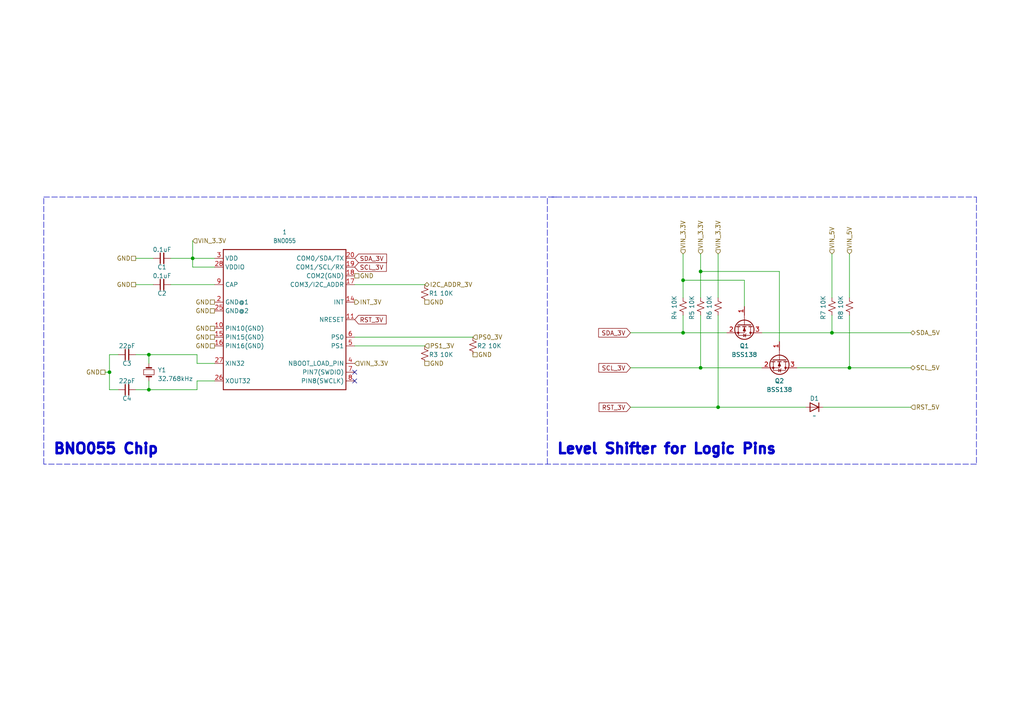
<source format=kicad_sch>
(kicad_sch (version 20230121) (generator eeschema)

  (uuid f4fa5ba2-cb00-4e8d-b495-23a6cc358447)

  (paper "A4")

  (title_block
    (title "Adafruit BNO055")
  )

  (lib_symbols
    (symbol "Adafruit BNO055-eagle-import:BNO055" (in_bom yes) (on_board yes)
      (property "Reference" "1" (at 0 25.4 0)
        (effects (font (size 1.27 1.0795)))
      )
      (property "Value" "BNO055" (at 0 22.86 0)
        (effects (font (size 1.27 1.0795)))
      )
      (property "Footprint" "Adafruit BNO055:BNO055" (at 0 0 0)
        (effects (font (size 1.27 1.27)) hide)
      )
      (property "Datasheet" "" (at 0 0 0)
        (effects (font (size 1.27 1.27)) hide)
      )
      (property "ki_locked" "" (at 0 0 0)
        (effects (font (size 1.27 1.27)))
      )
      (symbol "BNO055_1_0"
        (polyline
          (pts
            (xy -17.78 -20.32)
            (xy -17.78 20.32)
          )
          (stroke (width 0.254) (type default))
          (fill (type none))
        )
        (polyline
          (pts
            (xy -17.78 20.32)
            (xy 17.78 20.32)
          )
          (stroke (width 0.254) (type default))
          (fill (type none))
        )
        (polyline
          (pts
            (xy 17.78 -20.32)
            (xy -17.78 -20.32)
          )
          (stroke (width 0.254) (type default))
          (fill (type none))
        )
        (polyline
          (pts
            (xy 17.78 20.32)
            (xy 17.78 -20.32)
          )
          (stroke (width 0.254) (type default))
          (fill (type none))
        )
        (pin bidirectional line (at -20.32 -2.54 0) (length 2.54)
          (name "PIN10(GND)" (effects (font (size 1.27 1.27))))
          (number "10" (effects (font (size 1.27 1.27))))
        )
        (pin bidirectional line (at 20.32 0 180) (length 2.54)
          (name "NRESET" (effects (font (size 1.27 1.27))))
          (number "11" (effects (font (size 1.27 1.27))))
        )
        (pin output line (at 20.32 5.08 180) (length 2.54)
          (name "INT" (effects (font (size 1.27 1.27))))
          (number "14" (effects (font (size 1.27 1.27))))
        )
        (pin bidirectional line (at -20.32 -5.08 0) (length 2.54)
          (name "PIN15(GND)" (effects (font (size 1.27 1.27))))
          (number "15" (effects (font (size 1.27 1.27))))
        )
        (pin bidirectional line (at -20.32 -7.62 0) (length 2.54)
          (name "PIN16(GND)" (effects (font (size 1.27 1.27))))
          (number "16" (effects (font (size 1.27 1.27))))
        )
        (pin bidirectional line (at 20.32 10.16 180) (length 2.54)
          (name "COM3/I2C_ADDR" (effects (font (size 1.27 1.27))))
          (number "17" (effects (font (size 1.27 1.27))))
        )
        (pin bidirectional line (at 20.32 12.7 180) (length 2.54)
          (name "COM2(GND)" (effects (font (size 1.27 1.27))))
          (number "18" (effects (font (size 1.27 1.27))))
        )
        (pin bidirectional line (at 20.32 15.24 180) (length 2.54)
          (name "COM1/SCL/RX" (effects (font (size 1.27 1.27))))
          (number "19" (effects (font (size 1.27 1.27))))
        )
        (pin power_in line (at -20.32 5.08 0) (length 2.54)
          (name "GND@1" (effects (font (size 1.27 1.27))))
          (number "2" (effects (font (size 1.27 1.27))))
        )
        (pin bidirectional line (at 20.32 17.78 180) (length 2.54)
          (name "COM0/SDA/TX" (effects (font (size 1.27 1.27))))
          (number "20" (effects (font (size 1.27 1.27))))
        )
        (pin power_in line (at -20.32 2.54 0) (length 2.54)
          (name "GND@2" (effects (font (size 1.27 1.27))))
          (number "25" (effects (font (size 1.27 1.27))))
        )
        (pin output line (at -20.32 -17.78 0) (length 2.54)
          (name "XOUT32" (effects (font (size 1.27 1.27))))
          (number "26" (effects (font (size 1.27 1.27))))
        )
        (pin input line (at -20.32 -12.7 0) (length 2.54)
          (name "XIN32" (effects (font (size 1.27 1.27))))
          (number "27" (effects (font (size 1.27 1.27))))
        )
        (pin power_in line (at -20.32 15.24 0) (length 2.54)
          (name "VDDIO" (effects (font (size 1.27 1.27))))
          (number "28" (effects (font (size 1.27 1.27))))
        )
        (pin power_in line (at -20.32 17.78 0) (length 2.54)
          (name "VDD" (effects (font (size 1.27 1.27))))
          (number "3" (effects (font (size 1.27 1.27))))
        )
        (pin bidirectional line (at 20.32 -12.7 180) (length 2.54)
          (name "NBOOT_LOAD_PIN" (effects (font (size 1.27 1.27))))
          (number "4" (effects (font (size 1.27 1.27))))
        )
        (pin input line (at 20.32 -7.62 180) (length 2.54)
          (name "PS1" (effects (font (size 1.27 1.27))))
          (number "5" (effects (font (size 1.27 1.27))))
        )
        (pin input line (at 20.32 -5.08 180) (length 2.54)
          (name "PS0" (effects (font (size 1.27 1.27))))
          (number "6" (effects (font (size 1.27 1.27))))
        )
        (pin bidirectional line (at 20.32 -15.24 180) (length 2.54)
          (name "PIN7(SWDIO)" (effects (font (size 1.27 1.27))))
          (number "7" (effects (font (size 1.27 1.27))))
        )
        (pin bidirectional line (at 20.32 -17.78 180) (length 2.54)
          (name "PIN8(SWCLK)" (effects (font (size 1.27 1.27))))
          (number "8" (effects (font (size 1.27 1.27))))
        )
        (pin passive line (at -20.32 10.16 0) (length 2.54)
          (name "CAP" (effects (font (size 1.27 1.27))))
          (number "9" (effects (font (size 1.27 1.27))))
        )
      )
    )
    (symbol "Adafruit BNO055-eagle-import:DIODESOD-323" (in_bom yes) (on_board yes)
      (property "Reference" "D" (at 0 2.54 0)
        (effects (font (size 1.27 1.0795)))
      )
      (property "Value" "DIODESOD-323" (at 0 -2.5 0)
        (effects (font (size 1.27 1.0795)))
      )
      (property "Footprint" "Adafruit BNO055:SOD-323" (at 0 0 0)
        (effects (font (size 1.27 1.27)) hide)
      )
      (property "Datasheet" "" (at 0 0 0)
        (effects (font (size 1.27 1.27)) hide)
      )
      (property "ki_locked" "" (at 0 0 0)
        (effects (font (size 1.27 1.27)))
      )
      (symbol "DIODESOD-323_1_0"
        (polyline
          (pts
            (xy -1.27 -1.27)
            (xy 1.27 0)
          )
          (stroke (width 0.254) (type default))
          (fill (type none))
        )
        (polyline
          (pts
            (xy -1.27 1.27)
            (xy -1.27 -1.27)
          )
          (stroke (width 0.254) (type default))
          (fill (type none))
        )
        (polyline
          (pts
            (xy 1.27 0)
            (xy -1.27 1.27)
          )
          (stroke (width 0.254) (type default))
          (fill (type none))
        )
        (polyline
          (pts
            (xy 1.27 0)
            (xy 1.27 -1.27)
          )
          (stroke (width 0.254) (type default))
          (fill (type none))
        )
        (polyline
          (pts
            (xy 1.27 1.27)
            (xy 1.27 0)
          )
          (stroke (width 0.254) (type default))
          (fill (type none))
        )
        (pin passive line (at -2.54 0 0) (length 2.54)
          (name "A" (effects (font (size 0 0))))
          (number "A" (effects (font (size 0 0))))
        )
        (pin passive line (at 2.54 0 180) (length 2.54)
          (name "C" (effects (font (size 0 0))))
          (number "C" (effects (font (size 0 0))))
        )
      )
    )
    (symbol "Device:C_Small" (pin_numbers hide) (pin_names (offset 0.254) hide) (in_bom yes) (on_board yes)
      (property "Reference" "C" (at 0.254 1.778 0)
        (effects (font (size 1.27 1.27)) (justify left))
      )
      (property "Value" "C_Small" (at 0.254 -2.032 0)
        (effects (font (size 1.27 1.27)) (justify left))
      )
      (property "Footprint" "" (at 0 0 0)
        (effects (font (size 1.27 1.27)) hide)
      )
      (property "Datasheet" "~" (at 0 0 0)
        (effects (font (size 1.27 1.27)) hide)
      )
      (property "ki_keywords" "capacitor cap" (at 0 0 0)
        (effects (font (size 1.27 1.27)) hide)
      )
      (property "ki_description" "Unpolarized capacitor, small symbol" (at 0 0 0)
        (effects (font (size 1.27 1.27)) hide)
      )
      (property "ki_fp_filters" "C_*" (at 0 0 0)
        (effects (font (size 1.27 1.27)) hide)
      )
      (symbol "C_Small_0_1"
        (polyline
          (pts
            (xy -1.524 -0.508)
            (xy 1.524 -0.508)
          )
          (stroke (width 0.3302) (type default))
          (fill (type none))
        )
        (polyline
          (pts
            (xy -1.524 0.508)
            (xy 1.524 0.508)
          )
          (stroke (width 0.3048) (type default))
          (fill (type none))
        )
      )
      (symbol "C_Small_1_1"
        (pin passive line (at 0 2.54 270) (length 2.032)
          (name "~" (effects (font (size 1.27 1.27))))
          (number "1" (effects (font (size 1.27 1.27))))
        )
        (pin passive line (at 0 -2.54 90) (length 2.032)
          (name "~" (effects (font (size 1.27 1.27))))
          (number "2" (effects (font (size 1.27 1.27))))
        )
      )
    )
    (symbol "Device:Crystal_Small" (pin_numbers hide) (pin_names (offset 1.016) hide) (in_bom yes) (on_board yes)
      (property "Reference" "Y" (at 0 2.54 0)
        (effects (font (size 1.27 1.27)))
      )
      (property "Value" "Crystal_Small" (at 0 -2.54 0)
        (effects (font (size 1.27 1.27)))
      )
      (property "Footprint" "" (at 0 0 0)
        (effects (font (size 1.27 1.27)) hide)
      )
      (property "Datasheet" "~" (at 0 0 0)
        (effects (font (size 1.27 1.27)) hide)
      )
      (property "ki_keywords" "quartz ceramic resonator oscillator" (at 0 0 0)
        (effects (font (size 1.27 1.27)) hide)
      )
      (property "ki_description" "Two pin crystal, small symbol" (at 0 0 0)
        (effects (font (size 1.27 1.27)) hide)
      )
      (property "ki_fp_filters" "Crystal*" (at 0 0 0)
        (effects (font (size 1.27 1.27)) hide)
      )
      (symbol "Crystal_Small_0_1"
        (rectangle (start -0.762 -1.524) (end 0.762 1.524)
          (stroke (width 0) (type default))
          (fill (type none))
        )
        (polyline
          (pts
            (xy -1.27 -0.762)
            (xy -1.27 0.762)
          )
          (stroke (width 0.381) (type default))
          (fill (type none))
        )
        (polyline
          (pts
            (xy 1.27 -0.762)
            (xy 1.27 0.762)
          )
          (stroke (width 0.381) (type default))
          (fill (type none))
        )
      )
      (symbol "Crystal_Small_1_1"
        (pin passive line (at -2.54 0 0) (length 1.27)
          (name "1" (effects (font (size 1.27 1.27))))
          (number "1" (effects (font (size 1.27 1.27))))
        )
        (pin passive line (at 2.54 0 180) (length 1.27)
          (name "2" (effects (font (size 1.27 1.27))))
          (number "2" (effects (font (size 1.27 1.27))))
        )
      )
    )
    (symbol "Device:R_Small_US" (pin_numbers hide) (pin_names (offset 0.254) hide) (in_bom yes) (on_board yes)
      (property "Reference" "R" (at 0.762 0.508 0)
        (effects (font (size 1.27 1.27)) (justify left))
      )
      (property "Value" "R_Small_US" (at 0.762 -1.016 0)
        (effects (font (size 1.27 1.27)) (justify left))
      )
      (property "Footprint" "" (at 0 0 0)
        (effects (font (size 1.27 1.27)) hide)
      )
      (property "Datasheet" "~" (at 0 0 0)
        (effects (font (size 1.27 1.27)) hide)
      )
      (property "ki_keywords" "r resistor" (at 0 0 0)
        (effects (font (size 1.27 1.27)) hide)
      )
      (property "ki_description" "Resistor, small US symbol" (at 0 0 0)
        (effects (font (size 1.27 1.27)) hide)
      )
      (property "ki_fp_filters" "R_*" (at 0 0 0)
        (effects (font (size 1.27 1.27)) hide)
      )
      (symbol "R_Small_US_1_1"
        (polyline
          (pts
            (xy 0 0)
            (xy 1.016 -0.381)
            (xy 0 -0.762)
            (xy -1.016 -1.143)
            (xy 0 -1.524)
          )
          (stroke (width 0) (type default))
          (fill (type none))
        )
        (polyline
          (pts
            (xy 0 1.524)
            (xy 1.016 1.143)
            (xy 0 0.762)
            (xy -1.016 0.381)
            (xy 0 0)
          )
          (stroke (width 0) (type default))
          (fill (type none))
        )
        (pin passive line (at 0 2.54 270) (length 1.016)
          (name "~" (effects (font (size 1.27 1.27))))
          (number "1" (effects (font (size 1.27 1.27))))
        )
        (pin passive line (at 0 -2.54 90) (length 1.016)
          (name "~" (effects (font (size 1.27 1.27))))
          (number "2" (effects (font (size 1.27 1.27))))
        )
      )
    )
    (symbol "Transistor_FET:BSS138" (pin_names hide) (in_bom yes) (on_board yes)
      (property "Reference" "Q" (at 5.08 1.905 0)
        (effects (font (size 1.27 1.27)) (justify left))
      )
      (property "Value" "BSS138" (at 5.08 0 0)
        (effects (font (size 1.27 1.27)) (justify left))
      )
      (property "Footprint" "Package_TO_SOT_SMD:SOT-23" (at 5.08 -1.905 0)
        (effects (font (size 1.27 1.27) italic) (justify left) hide)
      )
      (property "Datasheet" "https://www.onsemi.com/pub/Collateral/BSS138-D.PDF" (at 0 0 0)
        (effects (font (size 1.27 1.27)) (justify left) hide)
      )
      (property "ki_keywords" "N-Channel MOSFET" (at 0 0 0)
        (effects (font (size 1.27 1.27)) hide)
      )
      (property "ki_description" "50V Vds, 0.22A Id, N-Channel MOSFET, SOT-23" (at 0 0 0)
        (effects (font (size 1.27 1.27)) hide)
      )
      (property "ki_fp_filters" "SOT?23*" (at 0 0 0)
        (effects (font (size 1.27 1.27)) hide)
      )
      (symbol "BSS138_0_1"
        (polyline
          (pts
            (xy 0.254 0)
            (xy -2.54 0)
          )
          (stroke (width 0) (type default))
          (fill (type none))
        )
        (polyline
          (pts
            (xy 0.254 1.905)
            (xy 0.254 -1.905)
          )
          (stroke (width 0.254) (type default))
          (fill (type none))
        )
        (polyline
          (pts
            (xy 0.762 -1.27)
            (xy 0.762 -2.286)
          )
          (stroke (width 0.254) (type default))
          (fill (type none))
        )
        (polyline
          (pts
            (xy 0.762 0.508)
            (xy 0.762 -0.508)
          )
          (stroke (width 0.254) (type default))
          (fill (type none))
        )
        (polyline
          (pts
            (xy 0.762 2.286)
            (xy 0.762 1.27)
          )
          (stroke (width 0.254) (type default))
          (fill (type none))
        )
        (polyline
          (pts
            (xy 2.54 2.54)
            (xy 2.54 1.778)
          )
          (stroke (width 0) (type default))
          (fill (type none))
        )
        (polyline
          (pts
            (xy 2.54 -2.54)
            (xy 2.54 0)
            (xy 0.762 0)
          )
          (stroke (width 0) (type default))
          (fill (type none))
        )
        (polyline
          (pts
            (xy 0.762 -1.778)
            (xy 3.302 -1.778)
            (xy 3.302 1.778)
            (xy 0.762 1.778)
          )
          (stroke (width 0) (type default))
          (fill (type none))
        )
        (polyline
          (pts
            (xy 1.016 0)
            (xy 2.032 0.381)
            (xy 2.032 -0.381)
            (xy 1.016 0)
          )
          (stroke (width 0) (type default))
          (fill (type outline))
        )
        (polyline
          (pts
            (xy 2.794 0.508)
            (xy 2.921 0.381)
            (xy 3.683 0.381)
            (xy 3.81 0.254)
          )
          (stroke (width 0) (type default))
          (fill (type none))
        )
        (polyline
          (pts
            (xy 3.302 0.381)
            (xy 2.921 -0.254)
            (xy 3.683 -0.254)
            (xy 3.302 0.381)
          )
          (stroke (width 0) (type default))
          (fill (type none))
        )
        (circle (center 1.651 0) (radius 2.794)
          (stroke (width 0.254) (type default))
          (fill (type none))
        )
        (circle (center 2.54 -1.778) (radius 0.254)
          (stroke (width 0) (type default))
          (fill (type outline))
        )
        (circle (center 2.54 1.778) (radius 0.254)
          (stroke (width 0) (type default))
          (fill (type outline))
        )
      )
      (symbol "BSS138_1_1"
        (pin input line (at -5.08 0 0) (length 2.54)
          (name "G" (effects (font (size 1.27 1.27))))
          (number "1" (effects (font (size 1.27 1.27))))
        )
        (pin passive line (at 2.54 -5.08 90) (length 2.54)
          (name "S" (effects (font (size 1.27 1.27))))
          (number "2" (effects (font (size 1.27 1.27))))
        )
        (pin passive line (at 2.54 5.08 270) (length 2.54)
          (name "D" (effects (font (size 1.27 1.27))))
          (number "3" (effects (font (size 1.27 1.27))))
        )
      )
    )
  )

  (junction (at 208.28 118.11) (diameter 0) (color 0 0 0 0)
    (uuid 214bd8f4-162b-4a26-a812-0c909fa23a6d)
  )
  (junction (at 198.12 96.52) (diameter 0) (color 0 0 0 0)
    (uuid 21737610-b316-4515-b06f-01b084eea5ee)
  )
  (junction (at 203.2 106.68) (diameter 0) (color 0 0 0 0)
    (uuid 2466c725-2368-4726-9cf2-325a44833ae8)
  )
  (junction (at 55.88 74.93) (diameter 0) (color 0 0 0 0)
    (uuid 649b849a-e6b5-497b-ae4e-ba019543281d)
  )
  (junction (at 241.3 96.52) (diameter 0) (color 0 0 0 0)
    (uuid 6c8befc3-cd98-482d-b30e-82347d2c7b4e)
  )
  (junction (at 203.2 78.74) (diameter 0) (color 0 0 0 0)
    (uuid 6efeaec0-cc77-44fc-af0f-f29442d6510c)
  )
  (junction (at 43.18 113.03) (diameter 0) (color 0 0 0 0)
    (uuid bb42da89-2506-402b-bf7e-78f183775d80)
  )
  (junction (at 246.38 106.68) (diameter 0) (color 0 0 0 0)
    (uuid c257cc86-7499-4d48-a0f8-ff884dff0fbf)
  )
  (junction (at 31.75 107.95) (diameter 0) (color 0 0 0 0)
    (uuid e20c145e-72b5-4f50-83b8-d764b17f16da)
  )
  (junction (at 43.18 102.87) (diameter 0) (color 0 0 0 0)
    (uuid ebc67f6a-1e6d-4b1e-9284-bdfa2fb3406b)
  )
  (junction (at 198.12 81.28) (diameter 0) (color 0 0 0 0)
    (uuid fae04a23-da5d-436c-8deb-49bb942af8ff)
  )

  (no_connect (at 102.87 107.95) (uuid 086c066a-cbdb-428f-9e57-c09409f0522d))
  (no_connect (at 102.87 110.49) (uuid 6698278e-232f-46f7-a936-704f7d035c4c))

  (wire (pts (xy 55.88 69.85) (xy 55.88 74.93))
    (stroke (width 0) (type default))
    (uuid 0479205f-1f8e-4b6f-890c-5dc74e9d93fb)
  )
  (wire (pts (xy 39.37 82.55) (xy 44.45 82.55))
    (stroke (width 0) (type default))
    (uuid 0a078c20-c9c3-49cd-a5fe-d43d8951345e)
  )
  (wire (pts (xy 198.12 96.52) (xy 182.88 96.52))
    (stroke (width 0) (type default))
    (uuid 0e5c0a27-603b-4e75-92da-5dea3e8a6a36)
  )
  (wire (pts (xy 231.14 106.68) (xy 246.38 106.68))
    (stroke (width 0) (type default))
    (uuid 101e4fbe-0d5a-4e11-855d-9173b8678143)
  )
  (wire (pts (xy 31.75 102.87) (xy 31.75 107.95))
    (stroke (width 0) (type default))
    (uuid 12d1a6f3-b187-4ea1-a3c9-038cc5c61b5e)
  )
  (wire (pts (xy 226.06 99.06) (xy 226.06 78.74))
    (stroke (width 0) (type default))
    (uuid 17fdfc58-3f8c-4d2a-b949-2bae6392eca9)
  )
  (wire (pts (xy 208.28 118.11) (xy 233.68 118.11))
    (stroke (width 0) (type default))
    (uuid 1ad0c460-cd09-4b29-80ed-1c3bada31447)
  )
  (polyline (pts (xy 12.7 57.15) (xy 283.21 57.15))
    (stroke (width 0) (type dash))
    (uuid 1b7b3e0f-2f80-418c-936f-d8ffcc0d6edb)
  )

  (wire (pts (xy 208.28 73.66) (xy 208.28 86.36))
    (stroke (width 0) (type default))
    (uuid 1f45edf2-47d7-4649-8ad2-b49372757244)
  )
  (polyline (pts (xy 158.75 134.62) (xy 158.75 57.15))
    (stroke (width 0) (type dash))
    (uuid 230a2197-d13c-4130-8cc7-5d5670a68dda)
  )

  (wire (pts (xy 39.37 113.03) (xy 43.18 113.03))
    (stroke (width 0) (type default))
    (uuid 25dc85a9-4c05-4a50-b0e6-a7ab5e5c78f8)
  )
  (wire (pts (xy 30.48 107.95) (xy 31.75 107.95))
    (stroke (width 0) (type default))
    (uuid 2d642cfc-2cb5-4307-97fe-fa109f1af362)
  )
  (wire (pts (xy 208.28 91.44) (xy 208.28 118.11))
    (stroke (width 0) (type default))
    (uuid 37ad7be1-d7b6-4cdb-a5b1-3d6ff5f2b0f0)
  )
  (wire (pts (xy 31.75 107.95) (xy 31.75 113.03))
    (stroke (width 0) (type default))
    (uuid 3c782156-143f-4b13-9cba-76338ad12b15)
  )
  (wire (pts (xy 102.87 82.55) (xy 123.19 82.55))
    (stroke (width 0) (type default))
    (uuid 3cb469b2-113f-477f-bc8f-091b95f0e466)
  )
  (wire (pts (xy 55.88 74.93) (xy 62.23 74.93))
    (stroke (width 0) (type default))
    (uuid 3e495597-5c78-4dba-aa13-ee04307b9846)
  )
  (wire (pts (xy 198.12 81.28) (xy 198.12 86.36))
    (stroke (width 0) (type default))
    (uuid 450f3810-8d8e-436c-b831-3681db8c90ab)
  )
  (wire (pts (xy 62.23 110.49) (xy 57.15 110.49))
    (stroke (width 0) (type default))
    (uuid 45a63329-951f-44b0-9827-a7a02901b0bc)
  )
  (wire (pts (xy 203.2 78.74) (xy 203.2 86.36))
    (stroke (width 0) (type default))
    (uuid 5e38dc71-dd0e-430f-ad3f-0872dc89dde2)
  )
  (wire (pts (xy 203.2 78.74) (xy 203.2 73.66))
    (stroke (width 0) (type default))
    (uuid 6dc50107-6fd5-48be-9638-3bded70cc4b2)
  )
  (wire (pts (xy 203.2 91.44) (xy 203.2 106.68))
    (stroke (width 0) (type default))
    (uuid 6e985e53-2aa9-4bfa-a4a8-ec7e66b537d6)
  )
  (wire (pts (xy 62.23 77.47) (xy 55.88 77.47))
    (stroke (width 0) (type default))
    (uuid 709d6a1e-0d55-49bc-b5a8-6f44b0b2b676)
  )
  (wire (pts (xy 203.2 78.74) (xy 226.06 78.74))
    (stroke (width 0) (type default))
    (uuid 73ed0662-5c71-412a-b989-9be062140679)
  )
  (wire (pts (xy 43.18 102.87) (xy 43.18 105.41))
    (stroke (width 0) (type default))
    (uuid 7bc150c3-2fa8-4ebc-8fbb-cd97108d25ee)
  )
  (wire (pts (xy 31.75 113.03) (xy 34.29 113.03))
    (stroke (width 0) (type default))
    (uuid 7bc3498b-31f0-410d-b9b5-34b56b03d111)
  )
  (wire (pts (xy 43.18 113.03) (xy 43.18 110.49))
    (stroke (width 0) (type default))
    (uuid 7d6b22f2-949c-4d9a-be19-7c5f1838a565)
  )
  (wire (pts (xy 198.12 81.28) (xy 215.9 81.28))
    (stroke (width 0) (type default))
    (uuid 7da78e05-d0e3-48ae-9a06-7189226f20b2)
  )
  (wire (pts (xy 39.37 74.93) (xy 44.45 74.93))
    (stroke (width 0) (type default))
    (uuid 862bb069-9374-46e4-9321-cedca3415a80)
  )
  (wire (pts (xy 198.12 91.44) (xy 198.12 96.52))
    (stroke (width 0) (type default))
    (uuid 882f81a8-e690-4d10-8f9e-d2ae8ec3c5fc)
  )
  (wire (pts (xy 43.18 102.87) (xy 57.15 102.87))
    (stroke (width 0) (type default))
    (uuid 8dc482f4-1dcd-4a55-a69f-ed6743b60202)
  )
  (polyline (pts (xy 283.21 134.62) (xy 12.7 134.62))
    (stroke (width 0) (type dash))
    (uuid 8ebdb269-f57d-4ceb-8950-5a5b4c96910e)
  )

  (wire (pts (xy 49.53 82.55) (xy 62.23 82.55))
    (stroke (width 0) (type default))
    (uuid 9119f94f-8509-463d-87d8-204797b614f6)
  )
  (wire (pts (xy 215.9 81.28) (xy 215.9 88.9))
    (stroke (width 0) (type default))
    (uuid 9aa1217a-d5db-46e5-a97e-de016bf7d802)
  )
  (wire (pts (xy 220.98 96.52) (xy 241.3 96.52))
    (stroke (width 0) (type default))
    (uuid a2123707-472b-4da6-954c-8848ca16325d)
  )
  (polyline (pts (xy 161.29 57.15) (xy 160.02 57.15))
    (stroke (width 0) (type default))
    (uuid a3df85e8-7924-4013-9e52-b06829006397)
  )

  (wire (pts (xy 203.2 106.68) (xy 220.98 106.68))
    (stroke (width 0) (type default))
    (uuid a4cc6100-e477-4039-8706-409c24ea1bcb)
  )
  (wire (pts (xy 55.88 77.47) (xy 55.88 74.93))
    (stroke (width 0) (type default))
    (uuid abdc1d49-50e3-4522-a775-66eda3a5aba7)
  )
  (wire (pts (xy 57.15 110.49) (xy 57.15 113.03))
    (stroke (width 0) (type default))
    (uuid b0ca34f2-0eac-4839-b5de-6dfd924071ee)
  )
  (wire (pts (xy 102.87 97.79) (xy 137.16 97.79))
    (stroke (width 0) (type default))
    (uuid b550a661-d02f-429d-a79a-d0dd91470332)
  )
  (wire (pts (xy 198.12 81.28) (xy 198.12 73.66))
    (stroke (width 0) (type default))
    (uuid b735b3b9-2d89-41c8-aadc-22f3e50dd971)
  )
  (wire (pts (xy 182.88 118.11) (xy 208.28 118.11))
    (stroke (width 0) (type default))
    (uuid c0db2104-ccc0-4726-9a34-f9ff3d7e0b1f)
  )
  (wire (pts (xy 49.53 74.93) (xy 55.88 74.93))
    (stroke (width 0) (type default))
    (uuid c719ae05-c22c-4a30-b84a-b99097fbae1c)
  )
  (wire (pts (xy 210.82 96.52) (xy 198.12 96.52))
    (stroke (width 0) (type default))
    (uuid c8dbd294-8e79-459c-8653-e9eab11df6b9)
  )
  (wire (pts (xy 241.3 96.52) (xy 264.16 96.52))
    (stroke (width 0) (type default))
    (uuid cb0535e2-36d4-4a53-8e1e-5ba953916193)
  )
  (wire (pts (xy 246.38 106.68) (xy 264.16 106.68))
    (stroke (width 0) (type default))
    (uuid cbf540b6-6cf2-47a6-8b38-b5cc0ecc5d31)
  )
  (wire (pts (xy 57.15 102.87) (xy 57.15 105.41))
    (stroke (width 0) (type default))
    (uuid d43488ea-b628-4682-858a-fdf7b9b97753)
  )
  (wire (pts (xy 246.38 73.66) (xy 246.38 86.36))
    (stroke (width 0) (type default))
    (uuid d554abae-842b-4804-a5f4-5b6f5b469a68)
  )
  (wire (pts (xy 34.29 102.87) (xy 31.75 102.87))
    (stroke (width 0) (type default))
    (uuid df384078-8576-4e68-b81c-67f11bbf2e84)
  )
  (wire (pts (xy 241.3 91.44) (xy 241.3 96.52))
    (stroke (width 0) (type default))
    (uuid e06bcf9a-c4d5-4b77-9d58-9ef39f0cf831)
  )
  (polyline (pts (xy 12.7 134.62) (xy 12.7 57.15))
    (stroke (width 0) (type dash))
    (uuid e277a82b-21a4-490b-9915-2ee867b73802)
  )

  (wire (pts (xy 39.37 102.87) (xy 43.18 102.87))
    (stroke (width 0) (type default))
    (uuid e687d782-3f60-4b1f-a380-b045499fa32e)
  )
  (wire (pts (xy 241.3 73.66) (xy 241.3 86.36))
    (stroke (width 0) (type default))
    (uuid e9224624-36dc-4c7e-9e69-020f0afd918e)
  )
  (polyline (pts (xy 283.21 57.15) (xy 283.21 134.62))
    (stroke (width 0) (type dash))
    (uuid e9dcc870-52c8-40b4-a204-4b9c2e1abdf3)
  )

  (wire (pts (xy 182.88 106.68) (xy 203.2 106.68))
    (stroke (width 0) (type default))
    (uuid efbf0190-6983-48c9-8817-1fbe9cb2ca83)
  )
  (wire (pts (xy 246.38 91.44) (xy 246.38 106.68))
    (stroke (width 0) (type default))
    (uuid f7a55b85-f6ac-4b70-a168-658e4cecf3b6)
  )
  (wire (pts (xy 102.87 100.33) (xy 123.19 100.33))
    (stroke (width 0) (type default))
    (uuid f809ef01-5b7a-4416-a1b1-789fa36b16d2)
  )
  (wire (pts (xy 57.15 113.03) (xy 43.18 113.03))
    (stroke (width 0) (type default))
    (uuid faffab96-749c-486c-a225-bb1c20bc8940)
  )
  (wire (pts (xy 238.76 118.11) (xy 264.16 118.11))
    (stroke (width 0) (type default))
    (uuid ff2ef52a-469b-4c93-9269-b1f0aad166d5)
  )
  (wire (pts (xy 57.15 105.41) (xy 62.23 105.41))
    (stroke (width 0) (type default))
    (uuid ffa5dd07-8838-4349-a48b-076c2c1ae2ca)
  )

  (text "BNO055 Chip" (at 15.24 132.08 0)
    (effects (font (size 3 3) (thickness 1) bold) (justify left bottom))
    (uuid 4a21e3c9-1abb-4e56-90d0-e4070d6798fb)
  )
  (text "Level Shifter for Logic Pins" (at 161.29 132.08 0)
    (effects (font (size 3 3) (thickness 1) bold) (justify left bottom))
    (uuid dd8e04fb-1f9b-42bc-8fb0-578b80607156)
  )

  (global_label "RST_3V" (shape input) (at 102.87 92.71 0) (fields_autoplaced)
    (effects (font (size 1.27 1.27)) (justify left))
    (uuid 6b405686-96b6-4084-800f-1379e1b4c1d0)
    (property "Intersheetrefs" "${INTERSHEET_REFS}" (at 112.4886 92.71 0)
      (effects (font (size 1.27 1.27)) (justify left) hide)
    )
  )
  (global_label "SDA_3V" (shape input) (at 102.87 74.93 0) (fields_autoplaced)
    (effects (font (size 1.27 1.27)) (justify left))
    (uuid 76fc0040-4f97-441e-85b6-f7622bedd903)
    (property "Intersheetrefs" "${INTERSHEET_REFS}" (at 112.6096 74.93 0)
      (effects (font (size 1.27 1.27)) (justify left) hide)
    )
  )
  (global_label "SCL_3V" (shape input) (at 102.87 77.47 0) (fields_autoplaced)
    (effects (font (size 1.27 1.27)) (justify left))
    (uuid 79e64cef-1d77-4454-9423-36ec907b4eac)
    (property "Intersheetrefs" "${INTERSHEET_REFS}" (at 112.5491 77.47 0)
      (effects (font (size 1.27 1.27)) (justify left) hide)
    )
  )
  (global_label "SCL_3V" (shape input) (at 182.88 106.68 180) (fields_autoplaced)
    (effects (font (size 1.27 1.27)) (justify right))
    (uuid 80f44061-f3d3-48fd-94fa-78701e2f0ae6)
    (property "Intersheetrefs" "${INTERSHEET_REFS}" (at 173.2009 106.68 0)
      (effects (font (size 1.27 1.27)) (justify right) hide)
    )
  )
  (global_label "RST_3V" (shape input) (at 182.88 118.11 180) (fields_autoplaced)
    (effects (font (size 1.27 1.27)) (justify right))
    (uuid b5e278cd-4151-4a78-8832-661a52c4bdd2)
    (property "Intersheetrefs" "${INTERSHEET_REFS}" (at 173.2614 118.11 0)
      (effects (font (size 1.27 1.27)) (justify right) hide)
    )
  )
  (global_label "SDA_3V" (shape input) (at 182.88 96.52 180) (fields_autoplaced)
    (effects (font (size 1.27 1.27)) (justify right))
    (uuid e3c77ccd-9c93-406e-b2a3-5b006db9761a)
    (property "Intersheetrefs" "${INTERSHEET_REFS}" (at 173.1404 96.52 0)
      (effects (font (size 1.27 1.27)) (justify right) hide)
    )
  )

  (hierarchical_label "SDA_5V" (shape bidirectional) (at 264.16 96.52 0) (fields_autoplaced)
    (effects (font (size 1.27 1.27)) (justify left))
    (uuid 01a0fe14-4053-484d-af1d-faee65b44fb9)
  )
  (hierarchical_label "VIN_3.3V" (shape input) (at 55.88 69.85 0) (fields_autoplaced)
    (effects (font (size 1.27 1.27)) (justify left))
    (uuid 13ea73db-2aa5-4608-a968-c7a8168e7fa7)
  )
  (hierarchical_label "GND" (shape passive) (at 123.19 87.63 0) (fields_autoplaced)
    (effects (font (size 1.27 1.27)) (justify left))
    (uuid 1cff1e18-446f-4b99-bffa-309ddd87e842)
  )
  (hierarchical_label "GND" (shape passive) (at 123.19 105.41 0) (fields_autoplaced)
    (effects (font (size 1.27 1.27)) (justify left))
    (uuid 251ac6f5-794d-40c4-8b4d-93afc5e88b02)
  )
  (hierarchical_label "GND" (shape passive) (at 62.23 97.79 180) (fields_autoplaced)
    (effects (font (size 1.27 1.27)) (justify right))
    (uuid 2b6f690c-cb7c-4eee-b2af-b0dd93e86846)
  )
  (hierarchical_label "GND" (shape passive) (at 39.37 82.55 180) (fields_autoplaced)
    (effects (font (size 1.27 1.27)) (justify right))
    (uuid 2e639ef2-dd0c-4f99-af3e-60c97c14d1bd)
  )
  (hierarchical_label "PS0_3V" (shape input) (at 137.16 97.79 0) (fields_autoplaced)
    (effects (font (size 1.27 1.27)) (justify left))
    (uuid 345d2196-6a62-4d59-b99b-20aac3d1376b)
  )
  (hierarchical_label "GND" (shape passive) (at 39.37 74.93 180) (fields_autoplaced)
    (effects (font (size 1.27 1.27)) (justify right))
    (uuid 42542db3-75bc-4f58-8b76-e307072d9fa0)
  )
  (hierarchical_label "VIN_3.3V" (shape input) (at 198.12 73.66 90) (fields_autoplaced)
    (effects (font (size 1.27 1.27)) (justify left))
    (uuid 4ae98d8d-9bb4-4d6b-ba50-e8e72458e992)
  )
  (hierarchical_label "VIN_5V" (shape input) (at 246.38 73.66 90) (fields_autoplaced)
    (effects (font (size 1.27 1.27)) (justify left))
    (uuid 6bf7c5d4-e6b5-4896-80ff-abc24b9057ea)
  )
  (hierarchical_label "VIN_3.3V" (shape input) (at 208.28 73.66 90) (fields_autoplaced)
    (effects (font (size 1.27 1.27)) (justify left))
    (uuid 716ff18d-acf2-4db8-a2d0-b37c7262475b)
  )
  (hierarchical_label "PS1_3V" (shape input) (at 123.19 100.33 0) (fields_autoplaced)
    (effects (font (size 1.27 1.27)) (justify left))
    (uuid 7bc53567-4912-4d3b-a3cc-f050c75d93fd)
  )
  (hierarchical_label "GND" (shape passive) (at 62.23 95.25 180) (fields_autoplaced)
    (effects (font (size 1.27 1.27)) (justify right))
    (uuid 7cbe4d6c-a0fc-4f9e-826e-dd6bff91a1f4)
  )
  (hierarchical_label "RST_5V" (shape input) (at 264.16 118.11 0) (fields_autoplaced)
    (effects (font (size 1.27 1.27)) (justify left))
    (uuid 8d85eb2c-0a18-48f5-af75-1de2ea503453)
  )
  (hierarchical_label "GND" (shape passive) (at 102.87 80.01 0) (fields_autoplaced)
    (effects (font (size 1.27 1.27)) (justify left))
    (uuid 919482dd-a248-4d4f-820f-7409b3a8d778)
  )
  (hierarchical_label "GND" (shape passive) (at 30.48 107.95 180) (fields_autoplaced)
    (effects (font (size 1.27 1.27)) (justify right))
    (uuid 927c690f-c86c-42d3-b6a7-ccd0a1e823b5)
  )
  (hierarchical_label "VIN_3.3V" (shape input) (at 102.87 105.41 0) (fields_autoplaced)
    (effects (font (size 1.27 1.27)) (justify left))
    (uuid 92ea1ff2-51a8-452e-838a-2d925dd5c02c)
  )
  (hierarchical_label "INT_3V" (shape output) (at 102.87 87.63 0) (fields_autoplaced)
    (effects (font (size 1.27 1.27)) (justify left))
    (uuid 9c858716-de6a-40c0-a433-846da64533ba)
  )
  (hierarchical_label "GND" (shape passive) (at 62.23 87.63 180) (fields_autoplaced)
    (effects (font (size 1.27 1.27)) (justify right))
    (uuid a0b3340a-582a-4b1d-820a-9d3d211d322b)
  )
  (hierarchical_label "SCL_5V" (shape bidirectional) (at 264.16 106.68 0) (fields_autoplaced)
    (effects (font (size 1.27 1.27)) (justify left))
    (uuid ba197939-ceec-4935-9899-701ae27bd0ef)
  )
  (hierarchical_label "GND" (shape passive) (at 137.16 102.87 0) (fields_autoplaced)
    (effects (font (size 1.27 1.27)) (justify left))
    (uuid c8150dc4-db3c-4f5a-85e5-3ffa5cfe8cc4)
  )
  (hierarchical_label "I2C_ADDR_3V" (shape bidirectional) (at 123.19 82.55 0) (fields_autoplaced)
    (effects (font (size 1.27 1.27)) (justify left))
    (uuid d3df7b92-cfd8-4342-b6db-f698ccad0cf2)
  )
  (hierarchical_label "VIN_5V" (shape input) (at 241.3 73.66 90) (fields_autoplaced)
    (effects (font (size 1.27 1.27)) (justify left))
    (uuid d7b76afe-c92f-4b24-9d08-8d96a7f7ef72)
  )
  (hierarchical_label "GND" (shape passive) (at 62.23 100.33 180) (fields_autoplaced)
    (effects (font (size 1.27 1.27)) (justify right))
    (uuid e3be7c16-8a57-4bf8-aacd-a8582bc5d450)
  )
  (hierarchical_label "GND" (shape passive) (at 62.23 90.17 180) (fields_autoplaced)
    (effects (font (size 1.27 1.27)) (justify right))
    (uuid f793cb09-a8a5-4110-8ade-5ee490793e2b)
  )
  (hierarchical_label "VIN_3.3V" (shape input) (at 203.2 73.66 90) (fields_autoplaced)
    (effects (font (size 1.27 1.27)) (justify left))
    (uuid f917c2a5-04fd-460c-a919-650eeebcbdeb)
  )

  (symbol (lib_id "Transistor_FET:BSS138") (at 226.06 104.14 270) (unit 1)
    (in_bom yes) (on_board yes) (dnp no)
    (uuid 12d0ea8e-319e-4cef-bda6-899c4db7299f)
    (property "Reference" "Q2" (at 226.06 110.49 90)
      (effects (font (size 1.27 1.27)))
    )
    (property "Value" "BSS138" (at 226.06 113.03 90)
      (effects (font (size 1.27 1.27)))
    )
    (property "Footprint" "Package_TO_SOT_SMD:SOT-23" (at 224.155 109.22 0)
      (effects (font (size 1.27 1.27) italic) (justify left) hide)
    )
    (property "Datasheet" "https://www.onsemi.com/pub/Collateral/BSS138-D.PDF" (at 226.06 104.14 0)
      (effects (font (size 1.27 1.27)) (justify left) hide)
    )
    (pin "1" (uuid 15405cbe-55c9-44f5-af0a-957e7f229b3c))
    (pin "2" (uuid 11b6d091-ea97-438b-9264-ee9e5dcfcc0a))
    (pin "3" (uuid 059c9ebc-ad4e-40f4-8a57-6643c55583a2))
    (instances
      (project "ECU-Atlas-SensorSuite"
        (path "/56acc0c9-ccaf-416f-85e5-1bbe4db88f77/d75cda54-f7e5-4316-bbbb-c1edbfc0da1f"
          (reference "Q2") (unit 1)
        )
      )
    )
  )

  (symbol (lib_id "Device:R_Small_US") (at 241.3 88.9 180) (unit 1)
    (in_bom yes) (on_board yes) (dnp no)
    (uuid 19f88eb3-bc2d-4fb3-bbe7-0f6b0ceb3bc2)
    (property "Reference" "R7" (at 238.76 91.44 90)
      (effects (font (size 1.27 1.27)))
    )
    (property "Value" "10K" (at 238.76 87.63 90)
      (effects (font (size 1.27 1.27)))
    )
    (property "Footprint" "" (at 241.3 88.9 0)
      (effects (font (size 1.27 1.27)) hide)
    )
    (property "Datasheet" "~" (at 241.3 88.9 0)
      (effects (font (size 1.27 1.27)) hide)
    )
    (pin "1" (uuid f7fe8d8d-4a8b-4738-927a-9c0da13821ea))
    (pin "2" (uuid 6cd7880b-1a35-448f-b49b-4d45ea2be6c3))
    (instances
      (project "ECU-Atlas-SensorSuite"
        (path "/56acc0c9-ccaf-416f-85e5-1bbe4db88f77/d75cda54-f7e5-4316-bbbb-c1edbfc0da1f"
          (reference "R7") (unit 1)
        )
      )
    )
  )

  (symbol (lib_id "Device:R_Small_US") (at 198.12 88.9 180) (unit 1)
    (in_bom yes) (on_board yes) (dnp no)
    (uuid 1be4a87a-878f-4ec3-b025-97b2ea5f60ed)
    (property "Reference" "R4" (at 195.58 91.44 90)
      (effects (font (size 1.27 1.27)))
    )
    (property "Value" "10K" (at 195.58 87.63 90)
      (effects (font (size 1.27 1.27)))
    )
    (property "Footprint" "" (at 198.12 88.9 0)
      (effects (font (size 1.27 1.27)) hide)
    )
    (property "Datasheet" "~" (at 198.12 88.9 0)
      (effects (font (size 1.27 1.27)) hide)
    )
    (pin "1" (uuid 58c3ec75-7094-485b-b399-6f4f45783c29))
    (pin "2" (uuid 57872eff-f94d-4e4c-bebf-dfa365505add))
    (instances
      (project "ECU-Atlas-SensorSuite"
        (path "/56acc0c9-ccaf-416f-85e5-1bbe4db88f77/d75cda54-f7e5-4316-bbbb-c1edbfc0da1f"
          (reference "R4") (unit 1)
        )
      )
    )
  )

  (symbol (lib_id "Device:C_Small") (at 46.99 82.55 90) (unit 1)
    (in_bom yes) (on_board yes) (dnp no)
    (uuid 1e4d3510-7e59-4eb6-9646-c1600494b566)
    (property "Reference" "C2" (at 46.99 85.09 90)
      (effects (font (size 1.27 1.27)))
    )
    (property "Value" "0.1uF" (at 46.9963 80.01 90)
      (effects (font (size 1.27 1.27)))
    )
    (property "Footprint" "" (at 46.99 82.55 0)
      (effects (font (size 1.27 1.27)) hide)
    )
    (property "Datasheet" "~" (at 46.99 82.55 0)
      (effects (font (size 1.27 1.27)) hide)
    )
    (pin "1" (uuid c3e5726f-94bc-48d2-b9f4-ccf0f740b4a7))
    (pin "2" (uuid 6327dee9-4dc6-46b5-aa05-31e7a023f5e2))
    (instances
      (project "ECU-Atlas-SensorSuite"
        (path "/56acc0c9-ccaf-416f-85e5-1bbe4db88f77/d75cda54-f7e5-4316-bbbb-c1edbfc0da1f"
          (reference "C2") (unit 1)
        )
      )
    )
  )

  (symbol (lib_id "Adafruit BNO055-eagle-import:BNO055") (at 82.55 92.71 0) (unit 1)
    (in_bom yes) (on_board yes) (dnp no) (fields_autoplaced)
    (uuid 2d509552-1813-411d-b224-52b9f8133411)
    (property "Reference" "1" (at 82.55 67.31 0)
      (effects (font (size 1.27 1.0795)))
    )
    (property "Value" "BNO055" (at 82.55 69.85 0)
      (effects (font (size 1.27 1.0795)))
    )
    (property "Footprint" "Adafruit BNO055:BNO055" (at 82.55 92.71 0)
      (effects (font (size 1.27 1.27)) hide)
    )
    (property "Datasheet" "" (at 82.55 92.71 0)
      (effects (font (size 1.27 1.27)) hide)
    )
    (pin "10" (uuid c883382f-4584-43b3-8864-eb6f2e9d35cb))
    (pin "11" (uuid b9b76bfd-0743-4c48-bc7a-feb1e0d4d861))
    (pin "14" (uuid 5e3ed609-c003-4713-b73b-183d23861a99))
    (pin "15" (uuid ed8c45d1-0dec-41ee-a296-f3ad37c12f03))
    (pin "16" (uuid d05428c9-8a7b-488b-84a4-f7a06af249b2))
    (pin "17" (uuid 035a310b-8c46-49bc-8823-323ea676e0ba))
    (pin "18" (uuid dd25c3a2-72f5-4855-be5f-747ea002bd87))
    (pin "19" (uuid 0e0d50ad-ac21-44cf-9a4c-e0fc183b2aaa))
    (pin "2" (uuid f7a7ae5a-3a45-41d1-9953-52912606e5f0))
    (pin "20" (uuid d80ef562-6d03-458e-aa8d-beb6d39dfb1c))
    (pin "25" (uuid cf8e5e0a-f5aa-4465-ac0d-3e2d4f701f12))
    (pin "26" (uuid 5c373fdf-fe53-4a48-a253-1569830a0373))
    (pin "27" (uuid 2a987286-9caa-4c8a-9486-0d5cc49785dd))
    (pin "28" (uuid 2e791e91-b06c-4d28-be1a-a36d13e4297a))
    (pin "3" (uuid f7989176-f44f-42c7-96ea-82fe692a5710))
    (pin "4" (uuid 74e9e48c-2d65-4367-a347-c6ad3b767953))
    (pin "5" (uuid 83e0bdb8-6e6f-4cb0-81e9-3a03716f71be))
    (pin "6" (uuid 476d9a41-7227-49a9-b95c-3face1c4716e))
    (pin "7" (uuid d8aed052-a8bb-4291-b407-328a5ba77d63))
    (pin "8" (uuid a9275476-685f-48d3-a720-0926cc8c804c))
    (pin "9" (uuid 41cf239b-f2a2-4674-999f-392ac87c06c6))
    (instances
      (project "ECU-Atlas-SensorSuite"
        (path "/56acc0c9-ccaf-416f-85e5-1bbe4db88f77/d75cda54-f7e5-4316-bbbb-c1edbfc0da1f"
          (reference "1") (unit 1)
        )
      )
    )
  )

  (symbol (lib_id "Adafruit BNO055-eagle-import:DIODESOD-323") (at 236.22 118.11 0) (unit 1)
    (in_bom yes) (on_board yes) (dnp no)
    (uuid 32a7f4d1-4873-4186-9bfe-2079eff3a28f)
    (property "Reference" "D1" (at 236.22 115.57 0)
      (effects (font (size 1.27 1.27)))
    )
    (property "Value" "~" (at 236.22 120.61 0)
      (effects (font (size 1.27 1.27)))
    )
    (property "Footprint" "" (at 236.22 118.11 0)
      (effects (font (size 1.27 1.27)) hide)
    )
    (property "Datasheet" "" (at 236.22 118.11 0)
      (effects (font (size 1.27 1.27)) hide)
    )
    (pin "A" (uuid cb6fc068-a64e-44e9-b6dd-a4fded8cdd76))
    (pin "C" (uuid b46011d8-9009-46ee-ac76-62a0e85c5073))
    (instances
      (project "ECU-Atlas-SensorSuite"
        (path "/56acc0c9-ccaf-416f-85e5-1bbe4db88f77/d75cda54-f7e5-4316-bbbb-c1edbfc0da1f"
          (reference "D1") (unit 1)
        )
      )
    )
  )

  (symbol (lib_id "Device:R_Small_US") (at 123.19 102.87 180) (unit 1)
    (in_bom yes) (on_board yes) (dnp no)
    (uuid 4d901f62-631e-4f13-bd53-46361a22e22b)
    (property "Reference" "R3" (at 125.73 102.87 0)
      (effects (font (size 1.27 1.27)))
    )
    (property "Value" "10K" (at 129.54 102.87 0)
      (effects (font (size 1.27 1.27)))
    )
    (property "Footprint" "" (at 123.19 102.87 0)
      (effects (font (size 1.27 1.27)) hide)
    )
    (property "Datasheet" "~" (at 123.19 102.87 0)
      (effects (font (size 1.27 1.27)) hide)
    )
    (pin "1" (uuid 79ebcfbb-edd4-41eb-a8e7-d053f4148d92))
    (pin "2" (uuid 740ed044-ebd0-458e-a041-3ff5656d9499))
    (instances
      (project "ECU-Atlas-SensorSuite"
        (path "/56acc0c9-ccaf-416f-85e5-1bbe4db88f77/d75cda54-f7e5-4316-bbbb-c1edbfc0da1f"
          (reference "R3") (unit 1)
        )
      )
    )
  )

  (symbol (lib_id "Device:R_Small_US") (at 137.16 100.33 180) (unit 1)
    (in_bom yes) (on_board yes) (dnp no)
    (uuid 5e088c77-6e0c-4147-8b92-14c8aa70d495)
    (property "Reference" "R2" (at 139.7 100.33 0)
      (effects (font (size 1.27 1.27)))
    )
    (property "Value" "10K" (at 143.51 100.33 0)
      (effects (font (size 1.27 1.27)))
    )
    (property "Footprint" "" (at 137.16 100.33 0)
      (effects (font (size 1.27 1.27)) hide)
    )
    (property "Datasheet" "~" (at 137.16 100.33 0)
      (effects (font (size 1.27 1.27)) hide)
    )
    (pin "1" (uuid c6378639-e35b-4405-86d7-fafc15c41667))
    (pin "2" (uuid 506f57e6-3252-4abc-b8ff-18b5295d4e3e))
    (instances
      (project "ECU-Atlas-SensorSuite"
        (path "/56acc0c9-ccaf-416f-85e5-1bbe4db88f77/d75cda54-f7e5-4316-bbbb-c1edbfc0da1f"
          (reference "R2") (unit 1)
        )
      )
    )
  )

  (symbol (lib_id "Device:C_Small") (at 36.83 113.03 90) (unit 1)
    (in_bom yes) (on_board yes) (dnp no)
    (uuid 6b2f18ee-af30-45fe-8566-ea60ff6ebc98)
    (property "Reference" "C4" (at 36.83 115.57 90)
      (effects (font (size 1.27 1.27)))
    )
    (property "Value" "22pF" (at 36.8363 110.49 90)
      (effects (font (size 1.27 1.27)))
    )
    (property "Footprint" "" (at 36.83 113.03 0)
      (effects (font (size 1.27 1.27)) hide)
    )
    (property "Datasheet" "~" (at 36.83 113.03 0)
      (effects (font (size 1.27 1.27)) hide)
    )
    (pin "1" (uuid a54afc54-bab9-4b05-a912-d2cc7f831ba0))
    (pin "2" (uuid 0482f34f-3841-40c7-aa83-026b0bbfe363))
    (instances
      (project "ECU-Atlas-SensorSuite"
        (path "/56acc0c9-ccaf-416f-85e5-1bbe4db88f77/d75cda54-f7e5-4316-bbbb-c1edbfc0da1f"
          (reference "C4") (unit 1)
        )
      )
    )
  )

  (symbol (lib_id "Device:R_Small_US") (at 246.38 88.9 180) (unit 1)
    (in_bom yes) (on_board yes) (dnp no)
    (uuid 6bb2cf7f-ccb3-4e26-b1b6-6de486de9ac9)
    (property "Reference" "R8" (at 243.84 91.44 90)
      (effects (font (size 1.27 1.27)))
    )
    (property "Value" "10K" (at 243.84 87.63 90)
      (effects (font (size 1.27 1.27)))
    )
    (property "Footprint" "" (at 246.38 88.9 0)
      (effects (font (size 1.27 1.27)) hide)
    )
    (property "Datasheet" "~" (at 246.38 88.9 0)
      (effects (font (size 1.27 1.27)) hide)
    )
    (pin "1" (uuid 76eedba1-76a7-4254-a037-5e3316a206e3))
    (pin "2" (uuid 0c7c1efd-5911-461b-9405-76ab0af566fb))
    (instances
      (project "ECU-Atlas-SensorSuite"
        (path "/56acc0c9-ccaf-416f-85e5-1bbe4db88f77/d75cda54-f7e5-4316-bbbb-c1edbfc0da1f"
          (reference "R8") (unit 1)
        )
      )
    )
  )

  (symbol (lib_id "Device:C_Small") (at 46.99 74.93 90) (unit 1)
    (in_bom yes) (on_board yes) (dnp no)
    (uuid 739c2abb-b545-4c1d-ba1f-a86ac1d400ac)
    (property "Reference" "C1" (at 46.99 77.47 90)
      (effects (font (size 1.27 1.27)))
    )
    (property "Value" "0.1uF" (at 46.9963 72.39 90)
      (effects (font (size 1.27 1.27)))
    )
    (property "Footprint" "" (at 46.99 74.93 0)
      (effects (font (size 1.27 1.27)) hide)
    )
    (property "Datasheet" "~" (at 46.99 74.93 0)
      (effects (font (size 1.27 1.27)) hide)
    )
    (pin "1" (uuid 74945115-e165-42ec-aa86-53ac9eb2b88e))
    (pin "2" (uuid 09c35199-22c1-4446-9b12-9a5ffaf8013d))
    (instances
      (project "ECU-Atlas-SensorSuite"
        (path "/56acc0c9-ccaf-416f-85e5-1bbe4db88f77/d75cda54-f7e5-4316-bbbb-c1edbfc0da1f"
          (reference "C1") (unit 1)
        )
      )
    )
  )

  (symbol (lib_id "Device:C_Small") (at 36.83 102.87 90) (unit 1)
    (in_bom yes) (on_board yes) (dnp no)
    (uuid 7408f72e-0ee1-48a6-b35b-4f46a660d04a)
    (property "Reference" "C3" (at 36.83 105.41 90)
      (effects (font (size 1.27 1.27)))
    )
    (property "Value" "22pF" (at 36.8363 100.33 90)
      (effects (font (size 1.27 1.27)))
    )
    (property "Footprint" "" (at 36.83 102.87 0)
      (effects (font (size 1.27 1.27)) hide)
    )
    (property "Datasheet" "~" (at 36.83 102.87 0)
      (effects (font (size 1.27 1.27)) hide)
    )
    (pin "1" (uuid 72c6ead2-e36b-487b-ad2b-00a20a0792e7))
    (pin "2" (uuid fc71d3b1-1e7d-4458-a503-bc2ce09865ee))
    (instances
      (project "ECU-Atlas-SensorSuite"
        (path "/56acc0c9-ccaf-416f-85e5-1bbe4db88f77/d75cda54-f7e5-4316-bbbb-c1edbfc0da1f"
          (reference "C3") (unit 1)
        )
      )
    )
  )

  (symbol (lib_id "Device:Crystal_Small") (at 43.18 107.95 270) (unit 1)
    (in_bom yes) (on_board yes) (dnp no) (fields_autoplaced)
    (uuid 854e758b-3479-4318-8a7f-109a9ca45dd2)
    (property "Reference" "Y1" (at 45.72 107.315 90)
      (effects (font (size 1.27 1.27)) (justify left))
    )
    (property "Value" "32.768kHz" (at 45.72 109.855 90)
      (effects (font (size 1.27 1.27)) (justify left))
    )
    (property "Footprint" "" (at 43.18 107.95 0)
      (effects (font (size 1.27 1.27)) hide)
    )
    (property "Datasheet" "~" (at 43.18 107.95 0)
      (effects (font (size 1.27 1.27)) hide)
    )
    (pin "1" (uuid 66d0c3d1-d8bf-4bab-af8e-0b80c12e41ac))
    (pin "2" (uuid 3145ffc1-80f0-4985-8a3d-339068a77a05))
    (instances
      (project "ECU-Atlas-SensorSuite"
        (path "/56acc0c9-ccaf-416f-85e5-1bbe4db88f77/d75cda54-f7e5-4316-bbbb-c1edbfc0da1f"
          (reference "Y1") (unit 1)
        )
      )
    )
  )

  (symbol (lib_id "Transistor_FET:BSS138") (at 215.9 93.98 270) (unit 1)
    (in_bom yes) (on_board yes) (dnp no)
    (uuid 98e52a5d-d797-4eec-a68f-6f443d7a52db)
    (property "Reference" "Q1" (at 215.9 100.33 90)
      (effects (font (size 1.27 1.27)))
    )
    (property "Value" "BSS138" (at 215.9 102.87 90)
      (effects (font (size 1.27 1.27)))
    )
    (property "Footprint" "Package_TO_SOT_SMD:SOT-23" (at 213.995 99.06 0)
      (effects (font (size 1.27 1.27) italic) (justify left) hide)
    )
    (property "Datasheet" "https://www.onsemi.com/pub/Collateral/BSS138-D.PDF" (at 215.9 93.98 0)
      (effects (font (size 1.27 1.27)) (justify left) hide)
    )
    (pin "1" (uuid 4b8b2fc2-d44a-4397-a112-689bb23d94e1))
    (pin "2" (uuid d330683b-4ebc-4412-b5c8-888a566d9bb0))
    (pin "3" (uuid a3367e31-437e-447f-980e-b5ae4158fcd8))
    (instances
      (project "ECU-Atlas-SensorSuite"
        (path "/56acc0c9-ccaf-416f-85e5-1bbe4db88f77/d75cda54-f7e5-4316-bbbb-c1edbfc0da1f"
          (reference "Q1") (unit 1)
        )
      )
    )
  )

  (symbol (lib_id "Device:R_Small_US") (at 203.2 88.9 180) (unit 1)
    (in_bom yes) (on_board yes) (dnp no)
    (uuid 9a153060-5ffd-47fd-9ec6-5ea176ba5865)
    (property "Reference" "R5" (at 200.66 91.44 90)
      (effects (font (size 1.27 1.27)))
    )
    (property "Value" "10K" (at 200.66 87.63 90)
      (effects (font (size 1.27 1.27)))
    )
    (property "Footprint" "" (at 203.2 88.9 0)
      (effects (font (size 1.27 1.27)) hide)
    )
    (property "Datasheet" "~" (at 203.2 88.9 0)
      (effects (font (size 1.27 1.27)) hide)
    )
    (pin "1" (uuid ee1a84ac-33b6-405a-b63b-6ff2d8c67d5a))
    (pin "2" (uuid 749965ff-74f9-477d-8a6b-ed6ab9a27e03))
    (instances
      (project "ECU-Atlas-SensorSuite"
        (path "/56acc0c9-ccaf-416f-85e5-1bbe4db88f77/d75cda54-f7e5-4316-bbbb-c1edbfc0da1f"
          (reference "R5") (unit 1)
        )
      )
    )
  )

  (symbol (lib_id "Device:R_Small_US") (at 208.28 88.9 180) (unit 1)
    (in_bom yes) (on_board yes) (dnp no)
    (uuid aee0ae43-17b2-4402-8586-3fcb89d27683)
    (property "Reference" "R6" (at 205.74 91.44 90)
      (effects (font (size 1.27 1.27)))
    )
    (property "Value" "10K" (at 205.74 87.63 90)
      (effects (font (size 1.27 1.27)))
    )
    (property "Footprint" "" (at 208.28 88.9 0)
      (effects (font (size 1.27 1.27)) hide)
    )
    (property "Datasheet" "~" (at 208.28 88.9 0)
      (effects (font (size 1.27 1.27)) hide)
    )
    (pin "1" (uuid 5a67971c-c9a6-433a-80f9-8b6f52303dfe))
    (pin "2" (uuid 19864f01-789d-4a14-ad66-3d884e2197cc))
    (instances
      (project "ECU-Atlas-SensorSuite"
        (path "/56acc0c9-ccaf-416f-85e5-1bbe4db88f77/d75cda54-f7e5-4316-bbbb-c1edbfc0da1f"
          (reference "R6") (unit 1)
        )
      )
    )
  )

  (symbol (lib_id "Device:R_Small_US") (at 123.19 85.09 180) (unit 1)
    (in_bom yes) (on_board yes) (dnp no)
    (uuid eca942a5-64c3-4d1a-92e3-6a336ff2ecd8)
    (property "Reference" "R1" (at 125.73 85.09 0)
      (effects (font (size 1.27 1.27)))
    )
    (property "Value" "10K" (at 129.54 85.09 0)
      (effects (font (size 1.27 1.27)))
    )
    (property "Footprint" "" (at 123.19 85.09 0)
      (effects (font (size 1.27 1.27)) hide)
    )
    (property "Datasheet" "~" (at 123.19 85.09 0)
      (effects (font (size 1.27 1.27)) hide)
    )
    (pin "1" (uuid a87ba729-46ff-44ed-be40-386a203899a9))
    (pin "2" (uuid 580c69e1-7378-41da-b438-425a6963b6db))
    (instances
      (project "ECU-Atlas-SensorSuite"
        (path "/56acc0c9-ccaf-416f-85e5-1bbe4db88f77/d75cda54-f7e5-4316-bbbb-c1edbfc0da1f"
          (reference "R1") (unit 1)
        )
      )
    )
  )
)

</source>
